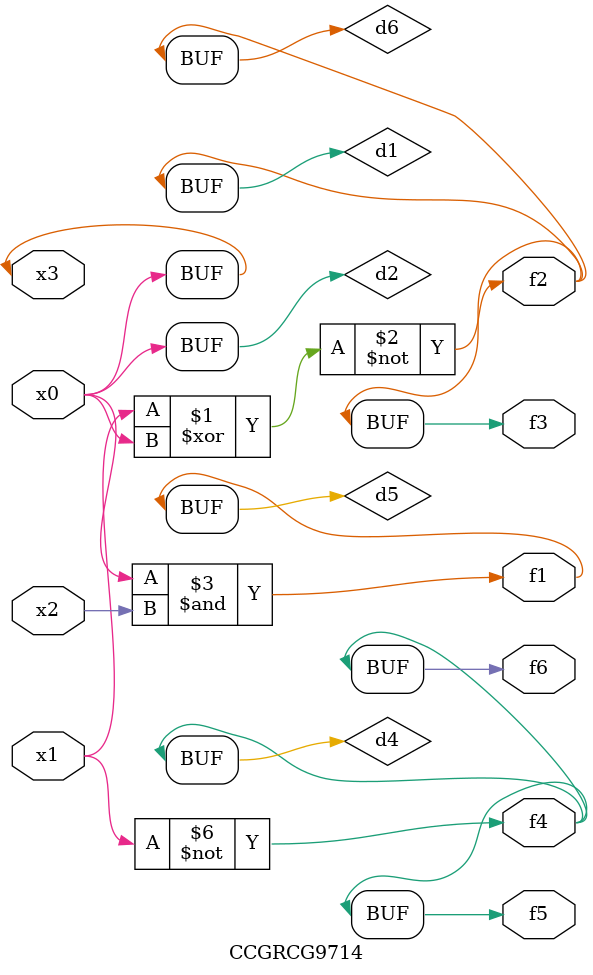
<source format=v>
module CCGRCG9714(
	input x0, x1, x2, x3,
	output f1, f2, f3, f4, f5, f6
);

	wire d1, d2, d3, d4, d5, d6;

	xnor (d1, x1, x3);
	buf (d2, x0, x3);
	nand (d3, x0, x2);
	not (d4, x1);
	nand (d5, d3);
	or (d6, d1);
	assign f1 = d5;
	assign f2 = d6;
	assign f3 = d6;
	assign f4 = d4;
	assign f5 = d4;
	assign f6 = d4;
endmodule

</source>
